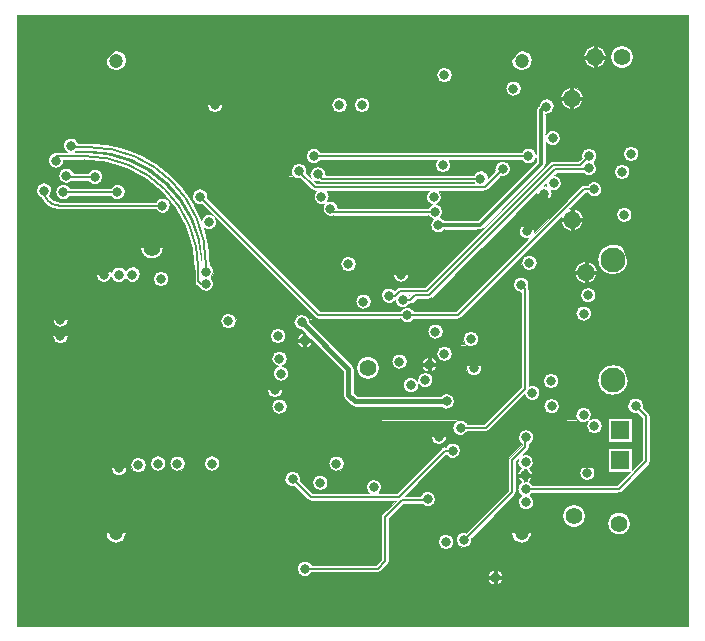
<source format=gbr>
%FSLAX23Y23*%
%MOIN*%
G04 EasyPC Gerber Version 17.0 Build 3379 *
%ADD28R,0.06000X0.06000*%
%ADD11C,0.00100*%
%ADD77C,0.00600*%
%ADD78C,0.01200*%
%ADD76C,0.01600*%
%ADD74C,0.03200*%
%ADD24C,0.04724*%
%ADD75C,0.05600*%
%ADD73C,0.08268*%
X0Y0D02*
D02*
D11*
X3Y3D02*
X2241D01*
Y2038*
X3*
Y3*
X86Y1428D02*
G75*
G02X67Y1453I8J25D01*
G01*
G75*
G02X119I26*
G01*
G75*
G02X112Y1434I-26*
G01*
G75*
G03X143Y1415I32J19*
G01*
X466*
G75*
G02X514Y1403I23J-13*
G01*
G75*
G02X466Y1390I-26*
G01*
X143*
G75*
G02X86Y1428J63*
G01*
X122Y968D02*
G75*
G02X174I26D01*
G01*
G75*
G02X122I-26*
G01*
Y1023D02*
G75*
G02X174I26D01*
G01*
G75*
G02X122I-26*
G01*
X125Y1577D02*
G75*
G02X133Y1581I9J-9D01*
G01*
X170*
G75*
G02X157Y1603I14J22*
G01*
G75*
G02X208Y1611I26*
G01*
X243*
G75*
G02X619Y1355J-403*
G01*
G75*
G02X660Y1367I25J-7*
G01*
X620Y1407*
G75*
G02X587Y1433I-7J25*
G01*
G75*
G02X639I26*
G01*
G75*
G02X639Y1426I-26*
G01*
X1014Y1050*
X1281*
G75*
G02X1325Y1052I23J-13*
G01*
X1468*
X1708Y1292*
G75*
G02X1677Y1318I-5J26*
G01*
G75*
G02X1729I26*
G01*
G75*
G02X1729Y1313I-26J0*
G01*
X1884Y1468*
G75*
G02X1894Y1472I9J-9*
G01*
X1906*
G75*
G02X1954Y1457I21J-15*
G01*
G75*
G02X1904Y1446I-26*
G01*
X1899*
X1845Y1392*
G75*
G02X1849Y1393I9J-37*
G01*
Y1383*
G75*
G03X1826Y1360I5J-28*
G01*
X1816*
G75*
G02X1817Y1364I38J-5*
G01*
X1483Y1030*
G75*
G02X1474Y1026I-9J9*
G01*
X1327*
G75*
G02X1281Y1025I-23J11*
G01*
X1008*
G75*
G02X999Y1028J13*
G01*
X663Y1364*
G75*
G02X669Y1348I-20J-17*
G01*
G75*
G02X629Y1326I-26*
G01*
G75*
G02X646Y1208I-385J-119*
G01*
Y1205*
G75*
G02X659Y1183I-13J-23*
G01*
G75*
G02X650Y1163I-26*
G01*
G75*
G02X659Y1143I-17J-20*
G01*
G75*
G02X610Y1131I-26*
G01*
G75*
G02X595Y1153I8J21*
G01*
Y1188*
G75*
G03X228Y1555I-367*
G01*
X159*
G75*
G02X159Y1553I-26J-2*
G01*
G75*
G02X107I-26*
G01*
G75*
G02X125Y1577I26*
G01*
X181Y1435D02*
G75*
G02X132Y1448I-23J13D01*
G01*
G75*
G02X181Y1460I26*
G01*
X316*
G75*
G02X364Y1448I23J-13*
G01*
G75*
G02X316Y1435I-26*
G01*
X181*
X187Y1485D02*
G75*
G02X142Y1503I-19J18D01*
G01*
G75*
G02X193Y1511I26*
G01*
X241*
G75*
G02X289Y1498I23J-13*
G01*
G75*
G02X241Y1485I-26*
G01*
X187*
X317Y527D02*
G75*
G02X369I26D01*
G01*
G75*
G02X317I-26*
G01*
X318Y1165D02*
G75*
G02X267Y1173I-25J7D01*
G01*
G75*
G02X318Y1180I26*
G01*
G75*
G02X366Y1186I25J-7*
G01*
G75*
G02X414Y1173I23J-13*
G01*
G75*
G02X366Y1159I-26*
G01*
G75*
G02X318Y1165I-23J13*
G01*
X368Y311D02*
G75*
G02X301I-34D01*
G01*
G75*
G02X368I34*
G01*
Y1886D02*
G75*
G02X301I-34D01*
G01*
G75*
G02X368I34*
G01*
X382Y538D02*
G75*
G02X434I26D01*
G01*
G75*
G02X382I-26*
G01*
X415Y1263D02*
G75*
G02X491I38D01*
G01*
G75*
G02X415I-38*
G01*
X447Y543D02*
G75*
G02X499I26D01*
G01*
G75*
G02X447I-26*
G01*
X457Y1158D02*
G75*
G02X509I26D01*
G01*
G75*
G02X457I-26*
G01*
X512Y543D02*
G75*
G02X564I26D01*
G01*
G75*
G02X512I-26*
G01*
X627D02*
G75*
G02X679I26D01*
G01*
G75*
G02X627I-26*
G01*
X637Y1738D02*
G75*
G02X689I26D01*
G01*
G75*
G02X637I-26*
G01*
X682Y1018D02*
G75*
G02X734I26D01*
G01*
G75*
G02X682I-26*
G01*
X837Y788D02*
G75*
G02X889I26D01*
G01*
G75*
G02X837I-26*
G01*
X847Y968D02*
G75*
G02X899I26D01*
G01*
G75*
G02X847I-26*
G01*
X852Y733D02*
G75*
G02X904I26D01*
G01*
G75*
G02X852I-26*
G01*
X874Y867D02*
G75*
G02X852Y892I4J26D01*
G01*
G75*
G02X904I26*
G01*
G75*
G02X888Y868I-26*
G01*
G75*
G02X909Y843I-4J-26*
G01*
G75*
G02X857I-26*
G01*
G75*
G02X874Y867I26*
G01*
X928Y467D02*
G75*
G02X896Y492I-7J25D01*
G01*
G75*
G02X948I26*
G01*
G75*
G02X947Y485I-26*
G01*
X987Y445*
X1175*
G75*
G02X1167Y464I18J19*
G01*
G75*
G02X1219I26*
G01*
G75*
G02X1210Y445I-26*
G01*
X1269*
X1419Y595*
G75*
G02X1429Y599I9J-9*
G01*
X1432*
G75*
G02X1481Y586I23J-13*
G01*
G75*
G02X1433Y572I-26*
G01*
X1295Y434*
X1348*
G75*
G02X1399Y425I24J-9*
G01*
G75*
G02X1353Y408I-26*
G01*
X1291*
X1244Y361*
Y218*
G75*
G02X1240Y209I-13*
G01*
X1215Y184*
G75*
G02X1206Y180I-9J9*
G01*
X986*
G75*
G02X937Y193I-23J12*
G01*
G75*
G02X986Y206I26*
G01*
X1200*
X1218Y223*
Y366*
G75*
G02X1221Y375I13*
G01*
X1265Y419*
X982*
G75*
G02X972Y423J13*
G01*
X928Y467*
X948Y948D02*
G75*
G03X958Y937I15J5D01*
G01*
Y927*
G75*
G02X938Y948I5J26*
G01*
X948*
X949Y1492D02*
G75*
G02X917Y1518I-6J25D01*
G01*
G75*
G02X969I26*
G01*
G75*
G02X968Y1510I-26*
G01*
X982Y1496*
G75*
G02X980Y1507I24J11*
G01*
G75*
G02X1032I26*
G01*
G75*
G02X1032Y1506I-26J0*
G01*
X1526*
G75*
G02X1574Y1496I23J-13*
G01*
X1597Y1518*
G75*
G02X1596Y1525I25J7*
G01*
G75*
G02X1648I26*
G01*
G75*
G02X1615Y1500I-26*
G01*
X1571Y1456*
G75*
G02X1562Y1452I-9J9*
G01*
X1409*
G75*
G02X1419Y1432I-17J-20*
G01*
G75*
G02X1401Y1408I-26*
G01*
G75*
G02X1423Y1382I-5J-26*
G01*
G75*
G02X1414Y1363I-26*
G01*
G75*
G02X1428Y1355I-6J-25*
G01*
X1541*
X1734Y1548*
Y1561*
G75*
G02X1686Y1555I-25J7*
G01*
X1443*
G75*
G02X1449Y1538I-20J-17*
G01*
G75*
G02X1397I-26*
G01*
G75*
G02X1404Y1555I26*
G01*
X1016*
G75*
G02X967Y1568I-23J13*
G01*
G75*
G02X1016Y1581I26*
G01*
X1686*
G75*
G02X1734Y1574I23J-13*
G01*
Y1721*
G75*
G02X1741Y1735I16*
G01*
X1743Y1736*
G75*
G02X1794Y1733I26J-3*
G01*
G75*
G02X1766Y1707I-26*
G01*
Y1640*
G75*
G02X1815Y1628I23J-12*
G01*
G75*
G02X1766Y1616I-26*
G01*
Y1541*
G75*
G02X1761Y1530I-16J0*
G01*
X1559Y1328*
G75*
G02X1548Y1323I-11J11*
G01*
X1430*
G75*
G02X1382Y1338I-22J14*
G01*
G75*
G02X1391Y1357I26*
G01*
G75*
G02X1374Y1369I6J25*
G01*
X1060*
G75*
G02X1022Y1393I-11J23*
G01*
G75*
G02X1028Y1408I26*
G01*
G75*
G02X992Y1433I-9J24*
G01*
G75*
G02X1001Y1452I26*
G01*
X995*
G75*
G02X985Y1456J13*
G01*
X949Y1492*
X953Y988D02*
G75*
G02X927Y1014I-1J26D01*
G01*
G75*
G02X979I26*
G01*
G75*
G02X979Y1013I-26J0*
G01*
X1120Y872*
G75*
G02X1126Y859I-13J-13*
G01*
Y779*
X1137Y768*
X1416*
G75*
G02X1461Y750I19J-18*
G01*
G75*
G02X1416Y732I-26*
G01*
X1130*
G75*
G02X1117Y737J18*
G01*
X1095Y759*
G75*
G02X1090Y772I13J13*
G01*
Y852*
X984Y958*
X979*
G75*
G03X968Y968I-15J-5*
G01*
Y973*
X953Y988*
X958Y968D02*
G75*
G03X948Y958I5J-15D01*
G01*
X938*
G75*
G02X958Y978I26J-5*
G01*
Y968*
X968Y937D02*
G75*
G03X979Y948I-5J15D01*
G01*
X989*
G75*
G02X968Y927I-26J5*
G01*
Y937*
X988Y479D02*
G75*
G02X1040I26D01*
G01*
G75*
G02X988I-26*
G01*
X1042Y543D02*
G75*
G02X1094I26D01*
G01*
G75*
G02X1042I-26*
G01*
X1052Y1738D02*
G75*
G02X1104I26D01*
G01*
G75*
G02X1052I-26*
G01*
X1082Y1208D02*
G75*
G02X1134I26D01*
G01*
G75*
G02X1082I-26*
G01*
X1127Y1738D02*
G75*
G02X1179I26D01*
G01*
G75*
G02X1127I-26*
G01*
X1132Y1083D02*
G75*
G02X1184I26D01*
G01*
G75*
G02X1132I-26*
G01*
X1135Y862D02*
G75*
G02X1211I38D01*
G01*
G75*
G02X1135I-38*
G01*
X1252Y883D02*
G75*
G02X1304I26D01*
G01*
G75*
G02X1252I-26*
G01*
X1257Y1173D02*
G75*
G02X1309I26D01*
G01*
G75*
G02X1257I-26*
G01*
X1263Y1120D02*
X1270Y1127D01*
G75*
G02X1280Y1131I9J-9*
G01*
X1364*
X1780Y1547*
G75*
G02X1790Y1551I9J-9*
G01*
X1874*
X1885Y1561*
G75*
G02X1884Y1568I25J7*
G01*
G75*
G02X1936I26*
G01*
G75*
G02X1926Y1548I-26*
G01*
G75*
G02X1936Y1528I-17J-20*
G01*
G75*
G02X1889Y1512I-26*
G01*
X1803*
X1795Y1504*
G75*
G02X1818Y1478I-3J-26*
G01*
G75*
G02X1785Y1453I-26*
G01*
G75*
G02X1787Y1443I-24J-10*
G01*
G75*
G02X1735I-26*
G01*
G75*
G02X1735Y1444I26J0*
G01*
X1387Y1096*
G75*
G02X1378Y1092I-9J9*
G01*
X1335*
X1322Y1079*
G75*
G02X1313Y1075I-9J9*
G01*
X1312*
G75*
G02X1264Y1086I-23J13*
G01*
G75*
G02X1217Y1103I-20J16*
G01*
G75*
G02X1263Y1120I26*
G01*
X1338Y818D02*
G75*
G02X1338Y821I26J4D01*
G01*
G75*
G02X1390I26*
G01*
G75*
G02X1341Y808I-26*
G01*
G75*
G02X1342Y804I-26J-4*
G01*
G75*
G02X1290I-26*
G01*
G75*
G02X1338Y818I26*
G01*
X1363Y868D02*
G75*
G03X1373Y857I15J5D01*
G01*
Y847*
G75*
G02X1353Y868I5J26*
G01*
X1363*
X1372Y983D02*
G75*
G02X1424I26D01*
G01*
G75*
G02X1372I-26*
G01*
X1373Y888D02*
G75*
G03X1363Y877I5J-15D01*
G01*
X1353*
G75*
G02X1373Y898I26J-5*
G01*
Y888*
X1383Y632D02*
G75*
G02X1435I26D01*
G01*
G75*
G02X1383I-26*
G01*
X1383Y857D02*
G75*
G03X1394Y868I-5J15D01*
G01*
X1404*
G75*
G02X1383Y847I-26J5*
G01*
Y857*
X1394Y877D02*
G75*
G03X1383Y888I-15J-5D01*
G01*
Y898*
G75*
G02X1404Y877I-5J-26*
G01*
X1394*
X1402Y909D02*
G75*
G02X1454I26D01*
G01*
G75*
G02X1402I-26*
G01*
X1402Y1838D02*
G75*
G02X1454I26D01*
G01*
G75*
G02X1402I-26*
G01*
X1407Y282D02*
G75*
G02X1459I26D01*
G01*
G75*
G02X1407I-26*
G01*
X1490Y958D02*
G75*
G02X1542I26D01*
G01*
G75*
G02X1490I-26*
G01*
X1500Y861D02*
G75*
G02X1552I26D01*
G01*
G75*
G02X1500I-26*
G01*
X1500Y313D02*
X1640Y452D01*
Y554*
G75*
G02X1643Y563I13*
G01*
X1685Y604*
Y609*
G75*
G02X1674Y630I15J21*
G01*
G75*
G02X1726I26*
G01*
G75*
G02X1711Y606I-26*
G01*
Y599*
G75*
G02X1707Y590I-13*
G01*
X1689Y572*
G75*
G02X1725Y548I9J-24*
G01*
G75*
G02X1712Y526I-26*
G01*
G75*
G02X1723Y509I-14J-22*
G01*
X1713*
G75*
G03X1703Y519I-15J-5*
G01*
Y522*
G75*
G02X1693Y523I-4J26*
G01*
Y519*
G75*
G03X1682Y509I5J-15*
G01*
X1672*
G75*
G02X1684Y526I26J-5*
G01*
G75*
G02X1673Y548I14J22*
G01*
G75*
G02X1674Y557I26J0*
G01*
X1666Y549*
Y447*
G75*
G02X1662Y437I-13*
G01*
X1519Y294*
G75*
G02X1519Y288I-25J-7*
G01*
G75*
G02X1467I-26*
G01*
G75*
G02X1500Y313I26*
G01*
X1504Y650D02*
G75*
G02X1456Y663I-23J13D01*
G01*
G75*
G02X1504Y676I26*
G01*
X1560*
X1683Y798*
Y1113*
G75*
G02X1657Y1139J26*
G01*
G75*
G02X1709I26*
G01*
G75*
G02X1707Y1131I-26J0*
G01*
G75*
G02X1709Y1126I-12J-5*
G01*
Y801*
G75*
G02X1747Y778I12J-23*
G01*
G75*
G02X1695Y774I-26*
G01*
X1575Y654*
G75*
G02X1566Y650I-9J9*
G01*
X1504*
X1583Y158D02*
G75*
G03X1593Y147I15J5D01*
G01*
Y137*
G75*
G02X1573Y158I5J26*
G01*
X1583*
X1593Y178D02*
G75*
G03X1583Y168I5J-15D01*
G01*
X1573*
G75*
G02X1593Y188I26J-5*
G01*
Y178*
X1603Y147D02*
G75*
G03X1614Y158I-5J15D01*
G01*
X1624*
G75*
G02X1603Y137I-26J5*
G01*
Y147*
X1614Y168D02*
G75*
G03X1603Y178I-15J-5D01*
G01*
Y188*
G75*
G02X1624Y168I-5J-26*
G01*
X1614*
X1632Y1793D02*
G75*
G02X1684I26D01*
G01*
G75*
G02X1632I-26*
G01*
X1685Y1212D02*
G75*
G02X1737I26D01*
G01*
G75*
G02X1685I-26*
G01*
X1685Y436D02*
G75*
G02X1673Y458I13J22D01*
G01*
G75*
G02X1686Y481I26*
G01*
G75*
G02X1672Y499I12J23*
G01*
X1682*
G75*
G03X1693Y489I15J5*
G01*
Y483*
G75*
G02X1703Y484I6J-25*
G01*
Y489*
G75*
G03X1713Y499I-5J15*
G01*
X1723*
G75*
G02X1710Y481I-26J5*
G01*
G75*
G02X1721Y471I-12J-23*
G01*
X2003*
X2047Y515*
X1974*
Y595*
X2054*
Y521*
X2088Y555*
Y695*
X2071Y711*
G75*
G02X2039Y736I-7J25*
G01*
G75*
G02X2091I26*
G01*
G75*
G02X2090Y729I-26*
G01*
X2110Y709*
G75*
G02X2114Y700I-9J-9*
G01*
Y550*
G75*
G02X2110Y541I-13*
G01*
X2018Y449*
G75*
G02X2009Y445I-9J9*
G01*
X1721*
G75*
G02X1713Y436I-23J13*
G01*
G75*
G02X1726Y414I-13J-22*
G01*
G75*
G02X1674I-26*
G01*
G75*
G02X1685Y436I26*
G01*
X1720Y311D02*
G75*
G02X1653I-34D01*
G01*
G75*
G02X1720I34*
G01*
Y1886D02*
G75*
G02X1653I-34D01*
G01*
G75*
G02X1720I34*
G01*
X1757Y818D02*
G75*
G02X1809I26D01*
G01*
G75*
G02X1757I-26*
G01*
X1759Y734D02*
G75*
G02X1811I26D01*
G01*
G75*
G02X1759I-26*
G01*
X1822Y368D02*
G75*
G02X1898I38D01*
G01*
G75*
G02X1822I-38*
G01*
X1825Y1755D02*
G75*
G03X1848Y1732I28J5D01*
G01*
Y1722*
G75*
G02X1815Y1755I5J38*
G01*
X1825*
X1826Y1350D02*
G75*
G03X1849Y1327I28J5D01*
G01*
Y1317*
G75*
G02X1816Y1350I5J38*
G01*
X1826*
X1848Y1788D02*
G75*
G03X1825Y1765I5J-28D01*
G01*
X1815*
G75*
G02X1848Y1798I38J-5*
G01*
Y1788*
X1858Y1732D02*
G75*
G03X1880Y1755I-5J28D01*
G01*
X1890*
G75*
G02X1858Y1722I-38J5*
G01*
Y1732*
X1859Y1327D02*
G75*
G03X1881Y1350I-5J28D01*
G01*
X1891*
G75*
G02X1859Y1317I-38J5*
G01*
Y1327*
X1866Y1043D02*
G75*
G02X1918I26D01*
G01*
G75*
G02X1866I-26*
G01*
X1872Y1175D02*
G75*
G03X1895Y1152I28J5D01*
G01*
Y1142*
G75*
G02X1862Y1175I5J38*
G01*
X1872*
X1878Y512D02*
G75*
G02X1930I26D01*
G01*
G75*
G02X1878I-26*
G01*
X1880Y1765D02*
G75*
G03X1858Y1788I-28J-5D01*
G01*
Y1798*
G75*
G02X1890Y1765I-5J-38*
G01*
X1880*
X1881Y1104D02*
G75*
G02X1933I26D01*
G01*
G75*
G02X1881I-26*
G01*
X1881Y1360D02*
G75*
G03X1859Y1383I-28J-5D01*
G01*
Y1393*
G75*
G02X1891Y1360I-5J-38*
G01*
X1881*
X1895Y1208D02*
G75*
G03X1872Y1185I5J-28D01*
G01*
X1862*
G75*
G02X1895Y1218I38J-5*
G01*
Y1208*
X1902Y1893D02*
G75*
G03X1925Y1870I28J5D01*
G01*
Y1860*
G75*
G02X1892Y1893I5J38*
G01*
X1902*
X1905Y1152D02*
G75*
G03X1927Y1175I-5J28D01*
G01*
X1937*
G75*
G02X1905Y1142I-38J5*
G01*
Y1152*
X1907Y684D02*
G75*
G02X1866Y705I-16J21D01*
G01*
G75*
G02X1918I26*
G01*
G75*
G02X1912Y689I-26*
G01*
G75*
G02X1954Y668I16J-21*
G01*
G75*
G02X1902I-26*
G01*
G75*
G02X1907Y684I26*
G01*
X1925Y1926D02*
G75*
G03X1902Y1903I5J-28D01*
G01*
X1892*
G75*
G02X1925Y1936I38J-5*
G01*
Y1926*
X1927Y1185D02*
G75*
G03X1905Y1208I-28J-5D01*
G01*
Y1218*
G75*
G02X1937Y1185I-5J-38*
G01*
X1927*
X1935Y1870D02*
G75*
G03X1957Y1893I-5J28D01*
G01*
X1967*
G75*
G02X1935Y1860I-38J5*
G01*
Y1870*
X1957Y1903D02*
G75*
G03X1935Y1926I-28J-5D01*
G01*
Y1936*
G75*
G02X1967Y1903I-5J-38*
G01*
X1957*
X1972Y343D02*
G75*
G02X2048I38D01*
G01*
G75*
G02X1972I-38*
G01*
X1974Y695D02*
X2054D01*
Y615*
X1974*
Y695*
X1982Y1898D02*
G75*
G02X2058I38D01*
G01*
G75*
G02X1982I-38*
G01*
X1990Y770D02*
G75*
G02Y873J51D01*
G01*
G75*
G02Y770J-51*
G01*
Y1172D02*
G75*
G02Y1275J51D01*
G01*
G75*
G02Y1172J-51*
G01*
X1994Y1515D02*
G75*
G02X2046I26D01*
G01*
G75*
G02X1994I-26*
G01*
X2001Y1372D02*
G75*
G02X2053I26D01*
G01*
G75*
G02X2001I-26*
G01*
X2024Y1575D02*
G75*
G02X2076I26D01*
G01*
G75*
G02X2024I-26*
G01*
X3Y1428D02*
G36*
Y1376D01*
X543*
G75*
G03X506Y1428I-315J-189*
G01*
X496*
G75*
G02X514Y1403I-7J-25*
G01*
G75*
G02X466Y1390I-26*
G01*
X143*
G75*
G02X86Y1428J63*
G01*
X3*
G37*
X86D02*
G36*
X86Y1428D01*
G75*
G02X67Y1453I8J25*
G01*
G75*
G02X119I26*
G01*
G75*
G02X112Y1434I-26*
G01*
G75*
G03X116Y1428I32J19*
G01*
X142*
G75*
G02X132Y1448I17J20*
G01*
G75*
G02X181Y1460I26*
G01*
X316*
G75*
G02X364Y1448I23J-13*
G01*
G75*
G02X355Y1428I-26*
G01*
X481*
G75*
G02X496I7J-25*
G01*
X506*
G75*
G03X421Y1500I-278J-240*
G01*
X289*
G75*
G02X289Y1498I-26J-3*
G01*
G75*
G02X241Y1485I-26*
G01*
X187*
G75*
G02X143Y1500I-19J18*
G01*
X3*
Y1428*
X86*
G37*
X116D02*
G36*
G75*
G03X143Y1415I27J25D01*
G01*
X466*
G75*
G02X481Y1428I23J-13*
G01*
X355*
G75*
G02X316Y1435I-17J20*
G01*
X181*
G75*
G02X142Y1428I-23J13*
G01*
X116*
G37*
X639D02*
G36*
G75*
G02X639Y1426I-26J5D01*
G01*
X688Y1376*
X1028*
G75*
G02X1028Y1408I20J16*
G01*
G75*
G02X993Y1428I-9J24*
G01*
X639*
G37*
X993D02*
G36*
G75*
G02X1001Y1452I26J5D01*
G01*
X995*
G75*
G02X985Y1456J13*
G01*
X949Y1492*
G75*
G02X924Y1500I-6J25*
G01*
X521*
G75*
G02X619Y1355I-277J-293*
G01*
G75*
G02X660Y1367I25J-7*
G01*
X620Y1407*
G75*
G02X587Y1433I-7J25*
G01*
G75*
G02X639I26*
G01*
G75*
G02X639Y1428I-26J0*
G01*
X993*
G37*
X1659D02*
G36*
X1608Y1376D01*
X1610*
X1661Y1428*
X1659*
G37*
X1661D02*
G36*
X1733Y1500D01*
X1731*
X1659Y1428*
X1661*
G37*
X1781D02*
G36*
G75*
G02X1735Y1443I-21J16D01*
G01*
G75*
G02X1735Y1444I26J0*
G01*
X1667Y1376*
X1793*
X1844Y1428*
X1781*
G37*
X1844D02*
G36*
X1884Y1468D01*
G75*
G02X1894Y1472I9J-9*
G01*
X1906*
G75*
G02X1954Y1457I21J-15*
G01*
G75*
G02X1904Y1446I-26*
G01*
X1899*
X1880Y1428*
X2241*
Y1500*
X2041*
G75*
G02X1998I-21J15*
G01*
X1806*
G75*
G02X1818Y1478I-14J-22*
G01*
G75*
G02X1785Y1453I-26*
G01*
G75*
G02X1787Y1443I-24J-10*
G01*
G75*
G02X1781Y1428I-26J0*
G01*
X1844*
G37*
X1880D02*
G36*
X1845Y1392D01*
G75*
G02X1849Y1393I9J-37*
G01*
Y1383*
G75*
G03X1835Y1376I5J-28*
G01*
X1872*
G75*
G03X1859Y1383I-18J-21*
G01*
Y1393*
G75*
G02X1885Y1376I-5J-38*
G01*
X2001*
G75*
G02X2052I26J-4*
G01*
X2241*
Y1428*
X1880*
G37*
X3Y968D02*
G36*
Y937D01*
X942*
G75*
G02X938Y948I21J15*
G01*
X948*
G75*
G03X958Y937I15J5*
G01*
Y937*
X968*
Y937*
G75*
G03X979Y948I-5J15*
G01*
X989*
G75*
G02X985Y937I-26J5*
G01*
X1004*
X984Y958*
X979*
G75*
G03X969Y968I-15J-5*
G01*
X958*
G75*
G03X948Y958I6J-15*
G01*
X938*
G75*
G02X942Y968I26J-5*
G01*
X899*
G75*
G02X847I-26*
G01*
X174*
G75*
G02X122I-26*
G01*
X3*
G37*
X122D02*
G36*
G75*
G02X174I26D01*
G01*
X847*
G75*
G02X899I26*
G01*
X942*
G75*
G02X958Y978I21J-15*
G01*
Y968*
X969Y968*
G75*
G03X968Y968I-6J-15*
G01*
Y973*
X953Y988*
G75*
G02X927Y1014I-1J26*
G01*
G75*
G02X928Y1023I26J0*
G01*
X734*
G75*
G02X734Y1018I-26J-5*
G01*
G75*
G02X682I-26*
G01*
G75*
G02X683Y1023I26J0*
G01*
X174*
G75*
G02X122I-26*
G01*
X3*
Y968*
X122*
G37*
X1025D02*
G36*
X1055Y937D01*
X1500*
G75*
G02X1490Y958I16J21*
G01*
G75*
G02X1491Y968I26*
G01*
X1420*
G75*
G02X1377I-21J15*
G01*
X1025*
G37*
X1377D02*
G36*
G75*
G02X1372Y983I21J15D01*
G01*
G75*
G02X1424I26*
G01*
G75*
G02X1420Y968I-26*
G01*
X1491*
G75*
G02X1540I24J-9*
G01*
X1683*
Y1023*
X1325*
G75*
G02X1282I-21J15*
G01*
X977*
G75*
G02X979Y1014I-25J-8*
G01*
G75*
G02X979Y1013I-26J0*
G01*
X1025Y968*
X1377*
G37*
X1540D02*
G36*
G75*
G02X1542Y958I-24J-9D01*
G01*
G75*
G02X1531Y937I-26*
G01*
X1683*
Y968*
X1540*
G37*
X1709D02*
G36*
Y937D01*
X2241*
Y968*
X1709*
G37*
X2241D02*
G36*
Y1023D01*
X1908*
G75*
G02X1876I-16J21*
G01*
X1709*
Y968*
X2241*
G37*
X122Y1023D02*
G36*
G75*
G02X174I26D01*
G01*
X683*
G75*
G02X734I26J-5*
G01*
X928*
G75*
G02X977I25J-8*
G01*
X1282*
G75*
G02X1281Y1025I21J15*
G01*
X1008*
G75*
G02X999Y1028J13*
G01*
X945Y1083*
X3*
Y1023*
X122*
G37*
X1683D02*
G36*
Y1083D01*
X1535*
X1483Y1030*
G75*
G02X1474Y1026I-9J9*
G01*
X1327*
G75*
G02X1325Y1023I-23J11*
G01*
X1683*
G37*
X1876D02*
G36*
G75*
G02X1866Y1043I16J21D01*
G01*
G75*
G02X1918I26*
G01*
G75*
G02X1908Y1023I-26*
G01*
X2241*
Y1083*
X1921*
G75*
G02X1892I-15J22*
G01*
X1709*
Y1023*
X1876*
G37*
X143Y1500D02*
G36*
G75*
G02X142Y1503I26J3D01*
G01*
G75*
G02X193Y1511I26*
G01*
X241*
G75*
G02X289Y1500I23J-13*
G01*
X421*
G75*
G03X228Y1555I-192J-312*
G01*
X159*
G75*
G02X159Y1553I-26J-2*
G01*
G75*
G02X107I-26*
G01*
G75*
G02X121Y1575I26J0*
G01*
X3*
Y1500*
X143*
G37*
X924D02*
G36*
G75*
G02X917Y1518I19J18D01*
G01*
G75*
G02X969I26*
G01*
G75*
G02X968Y1510I-26*
G01*
X982Y1496*
G75*
G02X980Y1507I24J11*
G01*
G75*
G02X1032I26*
G01*
G75*
G02X1032Y1506I-26J0*
G01*
X1526*
G75*
G02X1574Y1496I23J-13*
G01*
X1597Y1518*
G75*
G02X1596Y1525I25J7*
G01*
G75*
G02X1648I26*
G01*
G75*
G02X1615Y1500I-26*
G01*
X1571Y1456*
G75*
G02X1562Y1452I-9J9*
G01*
X1409*
G75*
G02X1401Y1408I-17J-20*
G01*
G75*
G02X1414Y1363I-5J-26*
G01*
G75*
G02X1428Y1355I-6J-25*
G01*
X1541*
X1734Y1548*
Y1561*
G75*
G02X1686Y1555I-25J7*
G01*
X1443*
G75*
G02X1449Y1538I-20J-17*
G01*
G75*
G02X1397I-26*
G01*
G75*
G02X1404Y1555I26*
G01*
X1016*
G75*
G02X967Y1568I-23J13*
G01*
G75*
G02X969Y1575I26J0*
G01*
X409*
G75*
G02X521Y1500I-165J-368*
G01*
X924*
G37*
X1733D02*
G36*
X1780Y1547D01*
G75*
G02X1790Y1551I9J-9*
G01*
X1874*
X1885Y1561*
G75*
G02X1884Y1568I25J7*
G01*
G75*
G02X1885Y1575I26J0*
G01*
X1766*
Y1541*
G75*
G02X1761Y1530I-16J0*
G01*
X1731Y1500*
X1733*
G37*
X1998D02*
G36*
G75*
G02X1994Y1515I21J15D01*
G01*
G75*
G02X2046I26*
G01*
G75*
G02X2041Y1500I-26*
G01*
X2241*
Y1575*
X2076*
G75*
G02X2024I-26*
G01*
X1935*
G75*
G02X1936Y1568I-25J-7*
G01*
G75*
G02X1926Y1548I-26*
G01*
G75*
G02X1936Y1528I-17J-20*
G01*
G75*
G02X1889Y1512I-26*
G01*
X1803*
X1795Y1504*
G75*
G02X1806Y1500I-3J-26*
G01*
X1998*
G37*
X3Y527D02*
G36*
Y479D01*
X899*
G75*
G02X896Y492I23J13*
G01*
G75*
G02X948I26*
G01*
G75*
G02X947Y485I-26*
G01*
X953Y479*
X988*
G75*
G02X1040I26*
G01*
X1171*
G75*
G02X1219Y464I21J-15*
G01*
G75*
G02X1210Y445I-26*
G01*
X1269*
X1352Y527*
X1090*
G75*
G02X1047I-21J15*
G01*
X675*
G75*
G02X632I-21J15*
G01*
X560*
G75*
G02X517I-21J15*
G01*
X495*
G75*
G02X452I-21J15*
G01*
X432*
G75*
G02X384I-24J10*
G01*
X369*
G75*
G02X317I-26*
G01*
X3*
G37*
X317D02*
G36*
G75*
G02X369I26D01*
G01*
X384*
G75*
G02X382Y538I24J10*
G01*
G75*
G02X434I26*
G01*
G75*
G02X432Y527I-26*
G01*
X452*
G75*
G02X447Y543I21J15*
G01*
G75*
G02X499I26*
G01*
G75*
G02X495Y527I-26*
G01*
X517*
G75*
G02X512Y543I21J15*
G01*
G75*
G02X564I26*
G01*
G75*
G02X560Y527I-26*
G01*
X632*
G75*
G02X627Y543I21J15*
G01*
G75*
G02X679I26*
G01*
G75*
G02X675Y527I-26*
G01*
X1047*
G75*
G02X1042Y543I21J15*
G01*
G75*
G02X1094I26*
G01*
G75*
G02X1090Y527I-26*
G01*
X1352*
X1419Y595*
G75*
G02X1429Y599I9J-9*
G01*
X1432*
G75*
G02X1481Y586I23J-13*
G01*
G75*
G02X1433Y572I-26*
G01*
X1388Y527*
X1640*
Y554*
G75*
G02X1643Y563I13*
G01*
X1685Y604*
Y609*
G75*
G02X1674Y630I15J21*
G01*
G75*
G02X1674Y632I26J0*
G01*
X1435*
G75*
G02X1383I-26*
G01*
X3*
Y527*
X317*
G37*
X1388D02*
G36*
X1340Y479D01*
X1640*
Y527*
X1388*
G37*
X1715D02*
G36*
G75*
G02X1712Y526I-16J21D01*
G01*
G75*
G02X1723Y509I-14J-22*
G01*
X1713*
G75*
G03X1703Y519I-15J-5*
G01*
Y522*
G75*
G02X1693Y523I-4J26*
G01*
Y519*
G75*
G03X1682Y509I5J-15*
G01*
X1672*
G75*
G02X1684Y526I26J-5*
G01*
G75*
G02X1674Y557I14J22*
G01*
X1666Y549*
Y479*
X1683*
G75*
G02X1686Y481I15J-21*
G01*
G75*
G02X1672Y499I12J23*
G01*
X1682*
G75*
G03X1693Y489I15J5*
G01*
Y483*
G75*
G02X1703Y484I6J-25*
G01*
Y489*
G75*
G03X1713Y499I-5J15*
G01*
X1723*
G75*
G02X1710Y481I-26J5*
G01*
G75*
G02X1721Y471I-12J-23*
G01*
X2003*
X2047Y515*
X1974*
Y527*
X1925*
G75*
G02X1930Y512I-21J-15*
G01*
G75*
G02X1878I-26*
G01*
G75*
G02X1883Y527I26*
G01*
X1715*
G37*
X1883D02*
G36*
G75*
G02X1925I21J-15D01*
G01*
X1974*
Y595*
X2054*
Y521*
X2088Y555*
Y632*
X2054*
Y615*
X1974*
Y632*
X1726*
G75*
G02X1726Y630I-26J-2*
G01*
G75*
G02X1711Y606I-26*
G01*
Y599*
G75*
G02X1707Y590I-13*
G01*
X1689Y572*
G75*
G02X1715Y527I9J-24*
G01*
X1883*
G37*
X2096D02*
G36*
X2048Y479D01*
X2241*
Y527*
X2096*
G37*
X2241D02*
G36*
Y632D01*
X2114*
Y550*
G75*
G02X2110Y541I-13*
G01*
X2096Y527*
X2241*
G37*
X3Y1173D02*
G36*
Y1083D01*
X945*
X663Y1364*
G75*
G02X629Y1326I-20J-17*
G01*
G75*
G02X646Y1208I-385J-119*
G01*
Y1205*
G75*
G02X650Y1163I-13J-23*
G01*
G75*
G02X659Y1143I-17J-20*
G01*
G75*
G02X610Y1131I-26*
G01*
G75*
G02X595Y1153I8J21*
G01*
Y1173*
X505*
G75*
G02X509Y1158I-21J-15*
G01*
G75*
G02X457I-26*
G01*
G75*
G02X462Y1173I26*
G01*
X414*
G75*
G02X366Y1159I-26*
G01*
G75*
G02X318Y1165I-23J13*
G01*
G75*
G02X267Y1173I-25J7*
G01*
X3*
G37*
X267D02*
G36*
G75*
G02X318Y1180I26D01*
G01*
G75*
G02X366Y1186I25J-7*
G01*
G75*
G02X414Y1173I23J-13*
G01*
X462*
G75*
G02X505I21J-15*
G01*
X595*
Y1188*
G75*
G03X595Y1208I-367J0*
G01*
X3*
Y1173*
X267*
G37*
X892D02*
G36*
X982Y1083D01*
X1132*
G75*
G02X1184I26*
G01*
X1227*
G75*
G02X1217Y1103I17J20*
G01*
G75*
G02X1263Y1120I26*
G01*
X1270Y1127*
G75*
G02X1280Y1131I9J-9*
G01*
X1364*
X1406Y1173*
X1309*
G75*
G02X1257I-26*
G01*
X892*
G37*
X1257D02*
G36*
G75*
G02X1309I26D01*
G01*
X1406*
X1441Y1208*
X1134*
G75*
G02X1082I-26*
G01*
X857*
X892Y1173*
X1257*
G37*
X1463D02*
G36*
X1387Y1096D01*
G75*
G02X1378Y1092I-9J9*
G01*
X1335*
X1325Y1083*
X1499*
X1589Y1173*
X1463*
G37*
X1589D02*
G36*
X1624Y1208D01*
X1498*
X1463Y1173*
X1589*
G37*
X1625D02*
G36*
X1535Y1083D01*
X1683*
Y1113*
G75*
G02X1657Y1139J26*
G01*
G75*
G02X1709I26*
G01*
G75*
G02X1707Y1131I-26J0*
G01*
G75*
G02X1709Y1126I-12J-5*
G01*
Y1083*
X1892*
G75*
G02X1881Y1104I15J22*
G01*
G75*
G02X1933I26*
G01*
G75*
G02X1921Y1083I-26*
G01*
X2241*
Y1173*
X1998*
G75*
G02X1990Y1172I-8J51*
G01*
G75*
G02X1982Y1173J51*
G01*
X1937*
G75*
G02X1905Y1142I-37J8*
G01*
Y1152*
G75*
G03X1927Y1173I-5J28*
G01*
X1873*
G75*
G03X1895Y1152I27J8*
G01*
Y1142*
G75*
G02X1862Y1173I5J38*
G01*
X1625*
G37*
X1862D02*
G36*
G75*
G02X1862Y1175I37J8D01*
G01*
X1872*
G75*
G03X1873Y1173I28J5*
G01*
X1927*
G75*
G03X1927Y1175I-27J8*
G01*
X1937*
G75*
G02X1937Y1173I-38J5*
G01*
X1982*
G75*
G02X1941Y1208I8J51*
G01*
X1926*
G75*
G02X1937Y1185I-26J-27*
G01*
X1927*
G75*
G03X1905Y1208I-28J-5*
G01*
X1894*
G75*
G03X1872Y1185I5J-27*
G01*
X1862*
G75*
G02X1873Y1208I38J-5*
G01*
X1736*
G75*
G02X1685I-26J5*
G01*
X1660*
X1625Y1173*
X1862*
G37*
X2241D02*
G36*
Y1208D01*
X2039*
G75*
G02X1998Y1173I-49J16*
G01*
X2241*
G37*
X3Y311D02*
G36*
Y282D01*
X317*
G75*
G02X301Y311I17J29*
G01*
X3*
G37*
X301D02*
G36*
G75*
G02X368I34D01*
G01*
X1218*
Y366*
G75*
G02X1218Y368I13J0*
G01*
X3*
Y311*
X301*
G37*
X368D02*
G36*
G75*
G02X352Y282I-34D01*
G01*
X1218*
Y311*
X368*
G37*
X1244D02*
G36*
Y282D01*
X1407*
G75*
G02X1459I26*
G01*
X1468*
G75*
G02X1467Y288I26J5*
G01*
G75*
G02X1483Y311I26*
G01*
X1244*
G37*
X1483D02*
G36*
G75*
G02X1500Y313I10J-24D01*
G01*
X1556Y368*
X1251*
X1244Y361*
Y311*
X1483*
G37*
X1536D02*
G36*
X1519Y294D01*
G75*
G02X1519Y288I-25J-7*
G01*
G75*
G02X1519Y282I-26J0*
G01*
X1669*
G75*
G02X1653Y311I17J29*
G01*
X1536*
G37*
X1653D02*
G36*
G75*
G02X1720I34D01*
G01*
X1989*
G75*
G02X1972Y343I20J32*
G01*
G75*
G02X1981Y368I38*
G01*
X1898*
G75*
G02X1822I-38*
G01*
X1592*
X1536Y311*
X1653*
G37*
X1720D02*
G36*
G75*
G02X1704Y282I-34D01*
G01*
X2241*
Y311*
X2030*
G75*
G02X1989I-20J32*
G01*
X1720*
G37*
X2241D02*
G36*
Y368D01*
X2038*
G75*
G02X2048Y343I-29J-25*
G01*
G75*
G02X2030Y311I-38*
G01*
X2241*
G37*
X3Y1886D02*
G36*
Y1838D01*
X1402*
G75*
G02X1454I26*
G01*
X2241*
Y1886*
X2056*
G75*
G02X1984I-36J12*
G01*
X1966*
G75*
G02X1935Y1860I-36J12*
G01*
Y1870*
G75*
G03X1955Y1886I-5J28*
G01*
X1904*
G75*
G03X1925Y1870I25J12*
G01*
Y1860*
G75*
G02X1894Y1886I5J38*
G01*
X1720*
G75*
G02X1653I-34*
G01*
X368*
G75*
G02X301I-34*
G01*
X3*
G37*
X301D02*
G36*
G75*
G02X329Y1919I34D01*
G01*
X3*
Y1886*
X301*
G37*
X1653D02*
G36*
G75*
G02X1681Y1919I34D01*
G01*
X340*
G75*
G02X368Y1886I-5J-33*
G01*
X1653*
G37*
X1894D02*
G36*
G75*
G02X1892Y1893I36J12D01*
G01*
X1902*
G75*
G03X1904Y1886I28J5*
G01*
X1955*
G75*
G03X1957Y1893I-25J12*
G01*
X1967*
G75*
G02X1966Y1886I-38J5*
G01*
X1984*
G75*
G02X1982Y1898I36J12*
G01*
G75*
G02X1988Y1919I38*
G01*
X1961*
G75*
G02X1967Y1903I-31J-21*
G01*
X1957*
G75*
G03X1948Y1919I-28J-5*
G01*
X1911*
G75*
G03X1902Y1903I18J-21*
G01*
X1892*
G75*
G02X1898Y1919I38J-5*
G01*
X1692*
G75*
G02X1720Y1886I-5J-33*
G01*
X1894*
G37*
X2241D02*
G36*
Y1919D01*
X2051*
G75*
G02X2058Y1898I-31J-21*
G01*
G75*
G02X2056Y1886I-38*
G01*
X2241*
G37*
X3Y1263D02*
G36*
Y1208D01*
X595*
G75*
G03X588Y1263I-367J-20*
G01*
X491*
G75*
G02X415I-38*
G01*
X3*
G37*
X415D02*
G36*
G75*
G02X491I38D01*
G01*
X588*
G75*
G03X565Y1334I-359J-75*
G01*
X3*
Y1263*
X415*
G37*
X802D02*
G36*
X857Y1208D01*
X1082*
G75*
G02X1134I26*
G01*
X1441*
X1496Y1263*
X802*
G37*
X1496D02*
G36*
X1567Y1334D01*
X1565*
X1559Y1328*
G75*
G02X1548Y1323I-11J11*
G01*
X1430*
G75*
G02X1383Y1334I-22J14*
G01*
X731*
X802Y1263*
X1496*
G37*
X1553D02*
G36*
X1498Y1208D01*
X1624*
X1679Y1263*
X1553*
G37*
X1679D02*
G36*
X1708Y1292D01*
G75*
G02X1677Y1318I-5J26*
G01*
G75*
G02X1683Y1334I26*
G01*
X1625*
X1553Y1263*
X1679*
G37*
X1715D02*
G36*
X1660Y1208D01*
X1685*
G75*
G02X1685Y1212I26J5*
G01*
G75*
G02X1737I26*
G01*
G75*
G02X1736Y1208I-26J0*
G01*
X1873*
G75*
G02X1895Y1218I26J-27*
G01*
Y1208*
X1894Y1208*
X1905*
X1905Y1208*
Y1218*
G75*
G02X1926Y1208I-5J-38*
G01*
X1941*
G75*
G02X1957Y1263I49J16*
G01*
X1715*
G37*
X1957D02*
G36*
G75*
G02X1990Y1275I33J-39D01*
G01*
G75*
G02X2023Y1263J-51*
G01*
X2241*
Y1334*
X1885*
G75*
G02X1859Y1317I-31J21*
G01*
Y1327*
G75*
G03X1872Y1334I-5J28*
G01*
X1835*
G75*
G03X1849Y1327I18J21*
G01*
Y1317*
G75*
G02X1822Y1334I5J38*
G01*
X1787*
X1715Y1263*
X1957*
G37*
X2023D02*
G36*
G75*
G02X2039Y1208I-33J-39D01*
G01*
X2241*
Y1263*
X2023*
G37*
X3Y1738D02*
G36*
Y1575D01*
X121*
G75*
G02X125Y1577I13J-23*
G01*
G75*
G02X133Y1581I9J-9*
G01*
X170*
G75*
G02X157Y1603I14J22*
G01*
G75*
G02X208Y1611I26*
G01*
X243*
G75*
G02X409Y1575I0J-403*
G01*
X969*
G75*
G02X1016Y1581I25J-8*
G01*
X1686*
G75*
G02X1734Y1574I23J-13*
G01*
Y1721*
G75*
G02X1741Y1735I16*
G01*
X1743Y1736*
G75*
G02X1743Y1738I26J-3*
G01*
X1179*
G75*
G02X1127I-26*
G01*
X1104*
G75*
G02X1052I-26*
G01*
X689*
G75*
G02X637I-26*
G01*
X3*
G37*
X637D02*
G36*
G75*
G02X689I26D01*
G01*
X1052*
G75*
G02X1104I26*
G01*
X1127*
G75*
G02X1179I26*
G01*
X1743*
G75*
G02X1794I26J-5*
G01*
X1822*
G75*
G02X1815Y1755I31J23*
G01*
X1825*
G75*
G03X1836Y1738I28J5*
G01*
X1869*
G75*
G03X1880Y1755I-17J23*
G01*
X1890*
G75*
G02X1883Y1738I-38J5*
G01*
X2241*
Y1793*
X1872*
G75*
G02X1890Y1765I-20J-32*
G01*
X1880*
G75*
G03X1858Y1788I-28J-5*
G01*
Y1793*
X1848*
Y1788*
G75*
G03X1825Y1765I5J-28*
G01*
X1815*
G75*
G02X1833Y1793I38J-5*
G01*
X1684*
G75*
G02X1632I-26*
G01*
X3*
Y1738*
X637*
G37*
X1794D02*
G36*
G75*
G02X1794Y1733I-26J-5D01*
G01*
G75*
G02X1766Y1707I-26*
G01*
Y1640*
G75*
G02X1815Y1628I23J-12*
G01*
G75*
G02X1766Y1616I-26*
G01*
Y1575*
X1885*
G75*
G02X1935I25J-7*
G01*
X2024*
G75*
G02X2076I26*
G01*
X2241*
Y1738*
X1883*
G75*
G02X1858Y1722I-31J23*
G01*
Y1732*
G75*
G03X1869Y1738I-5J28*
G01*
X1836*
G75*
G03X1848Y1732I17J23*
G01*
Y1722*
G75*
G02X1822Y1738I5J38*
G01*
X1794*
G37*
X3Y788D02*
G36*
Y733D01*
X852*
G75*
G02X904I26*
G01*
X1126*
G75*
G02X1117Y737I4J18*
G01*
X1095Y759*
G75*
G02X1090Y772I13J13*
G01*
Y788*
X889*
G75*
G02X837I-26*
G01*
X3*
G37*
X837D02*
G36*
G75*
G02X889I26D01*
G01*
X1090*
Y818*
X891*
G75*
G02X876I-7J25*
G01*
X3*
Y788*
X837*
G37*
X1126D02*
G36*
Y779D01*
X1137Y768*
X1416*
G75*
G02X1461Y750I19J-18*
G01*
G75*
G02X1454Y733I-26*
G01*
X1617*
X1672Y788*
X1336*
G75*
G02X1296I-20J17*
G01*
X1126*
G37*
X1296D02*
G36*
G75*
G02X1290Y804I20J17D01*
G01*
G75*
G02X1293Y818I26J0*
G01*
X1126*
Y788*
X1296*
G37*
X1672D02*
G36*
X1683Y798D01*
Y818*
X1389*
G75*
G02X1341Y808I-26J4*
G01*
G75*
G02X1342Y804I-26J-4*
G01*
G75*
G02X1336Y788I-26*
G01*
X1672*
G37*
X1745D02*
G36*
G75*
G02X1747Y778I-24J-9D01*
G01*
G75*
G02X1695Y774I-26*
G01*
X1653Y733*
X1759*
G75*
G02X1759Y734I26J2*
G01*
G75*
G02X1811I26*
G01*
G75*
G02X1811Y733I-26J0*
G01*
X2039*
G75*
G02X2039Y736I26J4*
G01*
G75*
G02X2091I26*
G01*
G75*
G02X2090Y733I-26J0*
G01*
X2241*
Y788*
X2028*
G75*
G02X1990Y770I-38J34*
G01*
G75*
G02X1951Y788J51*
G01*
X1745*
G37*
X1951D02*
G36*
G75*
G02X1939Y818I38J34D01*
G01*
X1809*
G75*
G02X1757I-26*
G01*
X1709*
Y801*
G75*
G02X1745Y788I12J-23*
G01*
X1951*
G37*
X2241D02*
G36*
Y818D01*
X2041*
G75*
G02X2028Y788I-51J4*
G01*
X2241*
G37*
X3Y733D02*
G36*
Y687D01*
X1470*
G75*
G02X1504Y676I11J-23*
G01*
X1560*
X1617Y733*
X1454*
G75*
G02X1416Y732I-19J18*
G01*
X1130*
G75*
G02X1126Y733J18*
G01*
X904*
G75*
G02X852I-26*
G01*
X3*
G37*
X1653D02*
G36*
X1608Y687D01*
X1873*
G75*
G02X1866Y705I18J19*
G01*
G75*
G02X1918I26*
G01*
G75*
G02X1912Y689I-26*
G01*
G75*
G02X1946Y687I16J-21*
G01*
X1974*
Y695*
X2054*
Y687*
X2088*
Y695*
X2071Y711*
G75*
G02X2039Y733I-7J25*
G01*
X1811*
G75*
G02X1759I-26J2*
G01*
X1653*
G37*
X2090D02*
G36*
G75*
G02X2090Y729I-26J4D01*
G01*
X2110Y709*
G75*
G02X2114Y700I-9J-9*
G01*
Y687*
X2241*
Y733*
X2090*
G37*
X3Y868D02*
G36*
Y857D01*
X862*
G75*
G02X874Y867I21J-15*
G01*
G75*
G02X871Y868I4J26*
G01*
X3*
G37*
X871D02*
G36*
G75*
G02X853Y888I7J25D01*
G01*
X3*
Y868*
X871*
G37*
X891D02*
G36*
G75*
G02X905Y857I-7J-25D01*
G01*
X1084*
X1074Y868*
X891*
G37*
X1074D02*
G36*
X1053Y888D01*
X904*
G75*
G02X888Y868I-26J5*
G01*
G75*
G02X891Y868I-4J-26*
G01*
X1074*
G37*
X1124D02*
G36*
G75*
G02X1126Y859I-16J-8D01*
G01*
Y857*
X1135*
G75*
G02X1135Y862I38J5*
G01*
G75*
G02X1135Y868I38J0*
G01*
X1124*
G37*
X1135D02*
G36*
G75*
G02X1145Y888I38J-5D01*
G01*
X1104*
X1120Y872*
G75*
G02X1124Y868I-13J-13*
G01*
X1135*
G37*
X1210D02*
G36*
G75*
G02X1211Y862I-38J-5D01*
G01*
G75*
G02X1210Y857I-38J0*
G01*
X1272*
G75*
G02X1257Y868I6J25*
G01*
X1210*
G37*
X1257D02*
G36*
G75*
G02X1252Y883I21J15D01*
G01*
G75*
G02X1253Y888I26J0*
G01*
X1201*
G75*
G02X1210Y868I-28J-26*
G01*
X1257*
G37*
X1300D02*
G36*
G75*
G02X1285Y857I-21J15D01*
G01*
X1357*
G75*
G02X1353Y868I21J15*
G01*
X1363*
G75*
G03X1373Y857I15J5*
G01*
Y857*
X1383*
Y857*
G75*
G03X1394Y868I-5J15*
G01*
X1404*
G75*
G02X1400Y857I-26J5*
G01*
X1500*
G75*
G02X1500Y861I26J4*
G01*
G75*
G02X1500Y868I26J0*
G01*
X1300*
G37*
X1500D02*
G36*
G75*
G02X1551I25J-6D01*
G01*
X1683*
Y888*
X1443*
G75*
G02X1413I-15J21*
G01*
X1400*
G75*
G02X1404Y877I-21J-15*
G01*
X1394*
G75*
G03X1383Y888I-15J-5*
G01*
Y888*
X1373*
Y888*
G75*
G03X1363Y877I5J-15*
G01*
X1353*
G75*
G02X1357Y888I26J-5*
G01*
X1304*
G75*
G02X1304Y883I-25J-5*
G01*
G75*
G02X1300Y868I-26*
G01*
X1500*
G37*
X1551D02*
G36*
G75*
G02X1552Y861I-25J-6D01*
G01*
G75*
G02X1551Y857I-26J0*
G01*
X1683*
Y868*
X1551*
G37*
X1709D02*
G36*
Y857D01*
X1953*
G75*
G02X1967Y868I37J-36*
G01*
X1709*
G37*
X1967D02*
G36*
G75*
G02X1990Y873I23J-46D01*
G01*
G75*
G02X2013Y868J-51*
G01*
X2241*
Y888*
X1709*
Y868*
X1967*
G37*
X2013D02*
G36*
G75*
G02X2027Y857I-23J-46D01*
G01*
X2241*
Y868*
X2013*
G37*
X3Y937D02*
G36*
Y888D01*
X853*
G75*
G02X852Y892I26J5*
G01*
G75*
G02X904I26*
G01*
G75*
G02X904Y888I-26J0*
G01*
X1053*
X1004Y937*
X985*
G75*
G02X968Y927I-21J15*
G01*
Y937*
X958*
Y927*
G75*
G02X942Y937I5J26*
G01*
X3*
G37*
X1055D02*
G36*
X1104Y888D01*
X1145*
G75*
G02X1201I28J-26*
G01*
X1253*
G75*
G02X1304I25J-5*
G01*
X1357*
G75*
G02X1373Y898I21J-15*
G01*
Y888*
X1383*
Y898*
G75*
G02X1400Y888I-5J-26*
G01*
X1413*
G75*
G02X1402Y909I15J21*
G01*
G75*
G02X1454I26*
G01*
G75*
G02X1443Y888I-26*
G01*
X1683*
Y937*
X1531*
G75*
G02X1500I-16J21*
G01*
X1055*
G37*
X1709D02*
G36*
Y888D01*
X2241*
Y937*
X1709*
G37*
X3Y479D02*
G36*
Y368D01*
X1218*
G75*
G02X1221Y375I13J-2*
G01*
X1265Y419*
X982*
G75*
G02X972Y423J13*
G01*
X928Y467*
G75*
G02X899Y479I-7J25*
G01*
X3*
G37*
X953D02*
G36*
X987Y445D01*
X1175*
G75*
G02X1167Y464I18J19*
G01*
G75*
G02X1171Y479I26*
G01*
X1040*
G75*
G02X988I-26*
G01*
X953*
G37*
X1340D02*
G36*
X1295Y434D01*
X1348*
G75*
G02X1399Y425I24J-9*
G01*
G75*
G02X1353Y408I-26*
G01*
X1291*
X1251Y368*
X1556*
X1640Y452*
Y479*
X1340*
G37*
X1666D02*
G36*
Y447D01*
G75*
G02X1662Y437I-13*
G01*
X1592Y368*
X1822*
G75*
G02X1898I38*
G01*
X1981*
G75*
G02X2038I29J-25*
G01*
X2241*
Y479*
X2048*
X2018Y449*
G75*
G02X2009Y445I-9J9*
G01*
X1721*
G75*
G02X1713Y436I-23J13*
G01*
G75*
G02X1726Y414I-13J-22*
G01*
G75*
G02X1674I-26*
G01*
G75*
G02X1685Y436I26*
G01*
G75*
G02X1683Y479I13J22*
G01*
X1666*
G37*
X982Y1083D02*
G36*
X1014Y1050D01*
X1281*
G75*
G02X1325Y1052I23J-13*
G01*
X1468*
X1499Y1083*
X1325*
X1322Y1079*
G75*
G02X1313Y1075I-9J9*
G01*
X1312*
G75*
G02X1264Y1086I-23J13*
G01*
G75*
G02X1227Y1083I-20J16*
G01*
X1184*
G75*
G02X1132I-26*
G01*
X982*
G37*
X3Y857D02*
G36*
Y818D01*
X876*
G75*
G02X857Y843I7J25*
G01*
G75*
G02X862Y857I26*
G01*
X3*
G37*
X905D02*
G36*
G75*
G02X909Y843I-21J-15D01*
G01*
G75*
G02X891Y818I-26*
G01*
X1090*
Y852*
X1084Y857*
X905*
G37*
X1126D02*
G36*
Y818D01*
X1293*
G75*
G02X1338I22J-13*
G01*
G75*
G02X1338Y821I26J4*
G01*
G75*
G02X1390I26*
G01*
G75*
G02X1389Y818I-26J0*
G01*
X1683*
Y857*
X1551*
G75*
G02X1500I-26J4*
G01*
X1400*
G75*
G02X1383Y847I-21J15*
G01*
Y857*
X1373*
Y847*
G75*
G02X1357Y857I5J26*
G01*
X1285*
G75*
G02X1272I-6J25*
G01*
X1210*
G75*
G02X1135I-38J5*
G01*
X1126*
G37*
X1709D02*
G36*
Y818D01*
X1757*
G75*
G02X1809I26*
G01*
X1939*
G75*
G02X1953Y857I51J4*
G01*
X1709*
G37*
X2027D02*
G36*
G75*
G02X2041Y818I-37J-36D01*
G01*
X2241*
Y857*
X2027*
G37*
X1383Y632D02*
G36*
G75*
G02X1435I26D01*
G01*
X1674*
G75*
G02X1726I26J-2*
G01*
X1974*
Y687*
X1946*
G75*
G02X1954Y668I-18J-19*
G01*
G75*
G02X1902I-26*
G01*
G75*
G02X1907Y684I26*
G01*
G75*
G02X1873Y687I-16J21*
G01*
X1608*
X1575Y654*
G75*
G02X1566Y650I-9J9*
G01*
X1504*
G75*
G02X1456Y663I-23J13*
G01*
G75*
G02X1470Y687I26*
G01*
X3*
Y632*
X1383*
G37*
X2088D02*
G36*
Y687D01*
X2054*
Y632*
X2088*
G37*
X2241D02*
G36*
Y687D01*
X2114*
Y632*
X2241*
G37*
X3Y1838D02*
G36*
Y1793D01*
X1632*
G75*
G02X1684I26*
G01*
X1833*
G75*
G02X1848Y1798I20J-32*
G01*
Y1793*
X1858*
Y1798*
G75*
G02X1872Y1793I-5J-38*
G01*
X2241*
Y1838*
X1454*
G75*
G02X1402I-26*
G01*
X3*
G37*
Y282D02*
G36*
Y178D01*
X942*
G75*
G02X937Y193I21J15*
G01*
G75*
G02X986Y206I26*
G01*
X1200*
X1218Y223*
Y282*
X352*
G75*
G02X317I-17J29*
G01*
X3*
G37*
X1244D02*
G36*
Y218D01*
G75*
G02X1240Y209I-13*
G01*
X1215Y184*
G75*
G02X1206Y180I-9J9*
G01*
X986*
G75*
G02X985Y178I-23J12*
G01*
X1577*
G75*
G02X1593Y188I21J-15*
G01*
Y178*
X1603*
Y188*
G75*
G02X1620Y178I-5J-26*
G01*
X2241*
Y282*
X1704*
G75*
G02X1669I-17J29*
G01*
X1519*
G75*
G02X1468I-26J5*
G01*
X1459*
G75*
G02X1407I-26*
G01*
X1244*
G37*
X3Y147D02*
G36*
Y3D01*
X2241*
Y147*
X1620*
G75*
G02X1603Y137I-21J15*
G01*
Y147*
X1593*
Y137*
G75*
G02X1577Y147I5J26*
G01*
X3*
G37*
X1577D02*
G36*
G75*
G02X1573Y158I21J15D01*
G01*
X1583*
G75*
G03X1593Y147I15J5*
G01*
Y147*
X1603*
Y147*
G75*
G03X1614Y158I-5J15*
G01*
X1624*
G75*
G02X1620Y147I-26J5*
G01*
X2241*
Y178*
X1620*
G75*
G02X1624Y168I-21J-15*
G01*
X1614*
G75*
G03X1603Y178I-15J-5*
G01*
Y178*
X1593*
Y178*
G75*
G03X1583Y168I5J-15*
G01*
X1573*
G75*
G02X1577Y178I26J-5*
G01*
X985*
G75*
G02X942I-21J15*
G01*
X3*
Y147*
X1577*
G37*
X565Y1334D02*
G36*
G75*
G03X543Y1376I-337J-146D01*
G01*
X3*
Y1334*
X565*
G37*
X1383D02*
G36*
G75*
G02X1382Y1338I26J4D01*
G01*
G75*
G02X1391Y1357I26*
G01*
G75*
G02X1374Y1369I6J25*
G01*
X1060*
G75*
G02X1028Y1376I-11J23*
G01*
X688*
X731Y1334*
X1383*
G37*
X1567D02*
G36*
X1610Y1376D01*
X1608*
X1565Y1334*
X1567*
G37*
X1683D02*
G36*
G75*
G02X1729Y1318I20J-16D01*
G01*
G75*
G02X1729Y1313I-26J0*
G01*
X1793Y1376*
X1667*
X1625Y1334*
X1683*
G37*
X1822D02*
G36*
G75*
G02X1816Y1350I31J21D01*
G01*
X1826*
G75*
G03X1835Y1334I28J5*
G01*
X1872*
G75*
G03X1881Y1350I-18J21*
G01*
X1891*
G75*
G02X1885Y1334I-38J5*
G01*
X2241*
Y1376*
X2052*
G75*
G02X2053Y1372I-26J-4*
G01*
G75*
G02X2001I-26*
G01*
G75*
G02X2001Y1376I26J0*
G01*
X1885*
G75*
G02X1891Y1360I-31J-21*
G01*
X1881*
G75*
G03X1872Y1376I-28J-5*
G01*
X1835*
G75*
G03X1826Y1360I18J-21*
G01*
X1816*
G75*
G02X1817Y1364I38J-5*
G01*
X1787Y1334*
X1822*
G37*
X329Y1919D02*
G36*
G75*
G02X340I5J-33D01*
G01*
X1681*
G75*
G02X1692I5J-33*
G01*
X1898*
G75*
G02X1925Y1936I31J-21*
G01*
Y1926*
G75*
G03X1911Y1919I5J-28*
G01*
X1948*
G75*
G03X1935Y1926I-18J-21*
G01*
Y1936*
G75*
G02X1961Y1919I-5J-38*
G01*
X1988*
G75*
G02X2051I31J-21*
G01*
X2241*
Y2038*
X3*
Y1919*
X329*
G37*
X197Y1581D02*
X228D01*
G75*
G02X620Y1217J-393*
G01*
G75*
G03X243Y1585I-377J-10*
G01*
X202*
G75*
G02X197Y1581I-19J18*
G01*
G36*
X228*
G75*
G02X620Y1217J-393*
G01*
G75*
G03X243Y1585I-377J-10*
G01*
X202*
G75*
G02X197Y1581I-19J18*
G01*
G37*
X995Y1484D02*
X1000Y1478D01*
X1527*
G75*
G02X1526Y1480I22J14*
G01*
X1020*
G75*
G02X1013Y1482J13*
G01*
G75*
G02X995Y1484I-7J25*
G01*
G36*
X1000Y1478*
X1527*
G75*
G02X1526Y1480I22J14*
G01*
X1020*
G75*
G02X1013Y1482J13*
G01*
G75*
G02X995Y1484I-7J25*
G01*
G37*
X1036Y1452D02*
G75*
G02X1044Y1433I-17J-20D01*
G01*
G75*
G02X1039Y1417I-26*
G01*
G75*
G02X1074Y1395I9J-24*
G01*
X1374*
G75*
G02X1388Y1406I23J-13*
G01*
G75*
G02X1367Y1432I5J26*
G01*
G75*
G02X1376Y1452I26*
G01*
X1036*
G36*
G75*
G02X1044Y1433I-17J-20*
G01*
G75*
G02X1039Y1417I-26*
G01*
G75*
G02X1074Y1395I9J-24*
G01*
X1374*
G75*
G02X1388Y1406I23J-13*
G01*
G75*
G02X1367Y1432I5J26*
G01*
G75*
G02X1376Y1452I26*
G01*
X1036*
G37*
X1309Y1105D02*
G75*
G02X1310Y1104I-20J-17D01*
G01*
X1311Y1105*
X1309*
G36*
G75*
G02X1310Y1104I-20J-17*
G01*
X1311Y1105*
X1309*
G37*
X1760Y1469D02*
G75*
G02X1768Y1468I1J-26D01*
G01*
G75*
G02X1766Y1475I24J10*
G01*
X1760Y1469*
G36*
G75*
G02X1768Y1468I1J-26*
G01*
G75*
G02X1766Y1475I24J10*
G01*
X1760Y1469*
G37*
D02*
D24*
X334Y311D03*
Y1886D03*
X1686Y311D03*
Y1886D03*
D02*
D28*
X2014Y555D03*
Y655D03*
D02*
D73*
X1990Y822D03*
Y1223D03*
D02*
D74*
X93Y1453D03*
X133Y1553D03*
X148Y968D03*
Y1023D03*
X158Y1448D03*
X168Y1503D03*
X183Y1603D03*
X263Y1498D03*
X293Y1173D03*
X338Y1448D03*
X343Y527D03*
Y1173D03*
X388D03*
X408Y538D03*
X473Y543D03*
X483Y1158D03*
X488Y1403D03*
X538Y543D03*
X613Y1433D03*
X633Y1143D03*
Y1183D03*
X643Y1348D03*
X653Y543D03*
X663Y1738D03*
X708Y1018D03*
X863Y788D03*
X873Y968D03*
X878Y733D03*
Y892D03*
X883Y843D03*
X922Y492D03*
X943Y1518D03*
X953Y1014D03*
X963Y193D03*
Y953D03*
X993Y1568D03*
X1006Y1507D03*
X1014Y479D03*
X1018Y1433D03*
X1048Y1393D03*
X1068Y543D03*
X1078Y1738D03*
X1108Y1208D03*
X1153Y1738D03*
X1158Y1083D03*
X1193Y464D03*
X1243Y1103D03*
X1278Y883D03*
X1283Y1173D03*
X1290Y1088D03*
X1303Y1038D03*
X1316Y804D03*
X1364Y821D03*
X1373Y425D03*
X1378Y873D03*
X1393Y1432D03*
X1397Y1382D03*
X1398Y983D03*
X1408Y1338D03*
X1409Y632D03*
X1423Y1538D03*
X1428Y909D03*
X1428Y1838D03*
X1433Y282D03*
X1435Y750D03*
X1455Y586D03*
X1482Y663D03*
X1493Y288D03*
X1516Y958D03*
X1526Y861D03*
X1548Y1493D03*
X1598Y163D03*
X1622Y1525D03*
X1658Y1793D03*
X1683Y1139D03*
X1698Y504D03*
X1699Y458D03*
Y548D03*
X1700Y414D03*
Y630D03*
X1703Y1318D03*
X1708Y1568D03*
X1711Y1212D03*
X1721Y778D03*
X1761Y1443D03*
X1768Y1733D03*
X1783Y818D03*
X1785Y734D03*
X1789Y1628D03*
X1792Y1478D03*
X1892Y705D03*
Y1043D03*
X1904Y512D03*
X1907Y1104D03*
X1910Y1528D03*
Y1568D03*
X1928Y668D03*
Y1457D03*
X2020Y1515D03*
X2027Y1372D03*
X2050Y1575D03*
X2065Y736D03*
D02*
D75*
X453Y1263D03*
X1173Y862D03*
X1853Y1760D03*
X1854Y1355D03*
X1860Y368D03*
X1900Y1180D03*
X1930Y1898D03*
X2010Y343D03*
X2020Y1898D03*
D02*
D76*
X1435Y750D02*
X1130D01*
X1108Y772*
Y859*
X953Y1014*
D02*
D77*
X263Y1498D02*
X173D01*
G75*
G02X168Y1503J5*
G01*
X338Y1448D02*
X158D01*
X488Y1403D02*
X143D01*
G75*
G02X93Y1453J50*
G01*
X633Y1143D02*
X618D01*
G75*
G02X608Y1153J10*
G01*
Y1188*
G75*
G03X228Y1568I-380*
G01*
X133*
G75*
G03Y1553I8J-8*
G01*
X633Y1183D02*
Y1208D01*
G75*
G03X243Y1598I-390*
G01*
X173*
G75*
G03X183Y1603I3J8*
G01*
X943Y1518D02*
Y1516D01*
X995Y1465*
X1562*
X1622Y1525*
X993Y1568D02*
X1708D01*
X1243Y1103D02*
X1264D01*
X1280Y1118*
X1370*
X1790Y1538*
X1880*
X1910Y1568*
X1290Y1088D02*
X1313D01*
X1330Y1105*
X1378*
X1798Y1525*
X1910*
Y1528*
X1303Y1038D02*
X1008D01*
X613Y1433*
X1373Y425D02*
Y421D01*
X1286*
X1231Y366*
Y218*
X1206Y193*
X964*
X963Y193*
X1397Y1382D02*
X1059D01*
X1048Y1393*
X1455Y586D02*
X1429D01*
X1275Y432*
X982*
X922Y492*
X1482Y663D02*
X1566D01*
X1696Y793*
Y1126*
X1683Y1139*
X1548Y1493D02*
X1020D01*
X1006Y1507*
X1699Y458D02*
X2009D01*
X2101Y550*
Y700*
X2065Y736*
X1700Y630D02*
X1698D01*
Y599*
X1653Y554*
Y447*
X1493Y288*
X1928Y1457D02*
Y1459D01*
X1894*
X1474Y1039*
X1305*
X1303Y1038*
D02*
D78*
X1768Y1733D02*
X1769Y1733D01*
X1750Y1721*
Y1541*
X1548Y1339*
X1408*
Y1338*
X0Y0D02*
M02*

</source>
